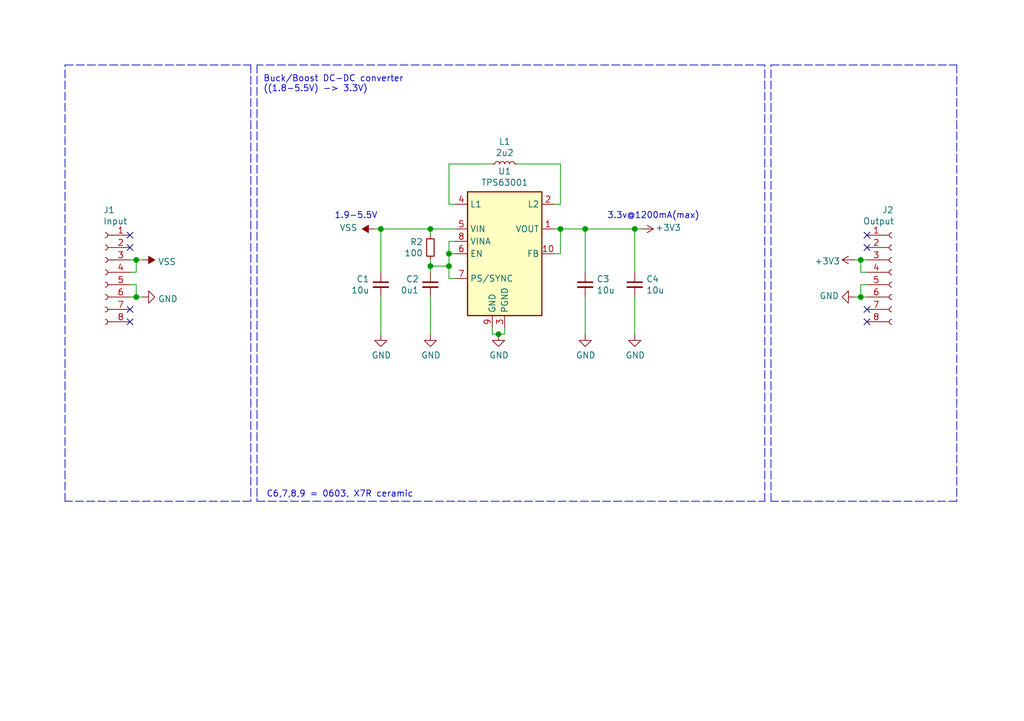
<source format=kicad_sch>
(kicad_sch (version 20210621) (generator eeschema)
  (paper "A5")
  (title_block (title "DC-DC converter") (date "2021-07-07") (rev "0.21") (company "Alex Carter"))
  (lib_symbols
    (symbol "Connector:Conn_01x08_Female" (pin_names (offset 1.016) hide)
      (property "Reference" "J" (at 0 10.16 0))
      (property "Value" "Conn_01x08_Female" (at 0 -12.7 0))
      (symbol "Conn_01x08_Female_1_1"
        (arc (start 0 -9.652) (end 0 -10.668) (radius (at 0 -10.16) (length 0.508) (angles 90.1 -90.1)) (stroke (width 0.1524)))
        (arc (start 0 -7.112) (end 0 -8.128) (radius (at 0 -7.62) (length 0.508) (angles 90.1 -90.1)) (stroke (width 0.1524)))
        (arc (start 0 -4.572) (end 0 -5.588) (radius (at 0 -5.08) (length 0.508) (angles 90.1 -90.1)) (stroke (width 0.1524)))
        (arc (start 0 -2.032) (end 0 -3.048) (radius (at 0 -2.54) (length 0.508) (angles 90.1 -90.1)) (stroke (width 0.1524)))
        (arc (start 0 0.508) (end 0 -0.508) (radius (at 0 0) (length 0.508) (angles 90.1 -90.1)) (stroke (width 0.1524)))
        (arc (start 0 3.048) (end 0 2.032) (radius (at 0 2.54) (length 0.508) (angles 90.1 -90.1)) (stroke (width 0.1524)))
        (arc (start 0 5.588) (end 0 4.572) (radius (at 0 5.08) (length 0.508) (angles 90.1 -90.1)) (stroke (width 0.1524)))
        (arc (start 0 8.128) (end 0 7.112) (radius (at 0 7.62) (length 0.508) (angles 90.1 -90.1)) (stroke (width 0.1524)))
        (polyline (pts (xy -1.27 -10.16) (xy -0.508 -10.16)) (stroke (width 0.1524)))
        (polyline (pts (xy -1.27 -7.62) (xy -0.508 -7.62)) (stroke (width 0.1524)))
        (polyline (pts (xy -1.27 -5.08) (xy -0.508 -5.08)) (stroke (width 0.1524)))
        (polyline (pts (xy -1.27 -2.54) (xy -0.508 -2.54)) (stroke (width 0.1524)))
        (polyline (pts (xy -1.27 0) (xy -0.508 0)) (stroke (width 0.1524)))
        (polyline (pts (xy -1.27 2.54) (xy -0.508 2.54)) (stroke (width 0.1524)))
        (polyline (pts (xy -1.27 5.08) (xy -0.508 5.08)) (stroke (width 0.1524)))
        (polyline (pts (xy -1.27 7.62) (xy -0.508 7.62)) (stroke (width 0.1524)))
        (pin passive line (at -5.08 7.62 0) (length 3.81) (name "Pin_1") (number "1"))
        (pin passive line (at -5.08 5.08 0) (length 3.81) (name "Pin_2") (number "2"))
        (pin passive line (at -5.08 2.54 0) (length 3.81) (name "Pin_3") (number "3"))
        (pin passive line (at -5.08 0 0) (length 3.81) (name "Pin_4") (number "4"))
        (pin passive line (at -5.08 -2.54 0) (length 3.81) (name "Pin_5") (number "5"))
        (pin passive line (at -5.08 -5.08 0) (length 3.81) (name "Pin_6") (number "6"))
        (pin passive line (at -5.08 -7.62 0) (length 3.81) (name "Pin_7") (number "7"))
        (pin passive line (at -5.08 -10.16 0) (length 3.81) (name "Pin_8") (number "8"))
      )
    )
    (symbol "Device:C_Small" (pin_numbers hide) (pin_names (offset 0.254) hide)
      (property "Reference" "C" (at 0.254 1.778 0))
      (property "Value" "C_Small" (at 0.254 -2.032 0))
      (symbol "C_Small_0_1"
        (polyline (pts (xy -1.524 -0.508) (xy 1.524 -0.508)) (stroke (width 0.3302)))
        (polyline (pts (xy -1.524 0.508) (xy 1.524 0.508)) (stroke (width 0.3048)))
      )
      (symbol "C_Small_1_1"
        (pin passive line (at 0 2.54 270) (length 2.032) (name "~") (number "1"))
        (pin passive line (at 0 -2.54 90) (length 2.032) (name "~") (number "2"))
      )
    )
    (symbol "Device:L_Small" (pin_numbers hide) (pin_names (offset 0.254) hide)
      (property "Reference" "L" (at 0.762 1.016 0))
      (property "Value" "L_Small" (at 0.762 -1.016 0))
      (symbol "L_Small_0_1"
        (arc (start 0 -2.032) (end 0 -1.016) (radius (at 0 -1.524) (length 0.508) (angles -89.9 89.9)))
        (arc (start 0 -1.016) (end 0 0) (radius (at 0 -0.508) (length 0.508) (angles -89.9 89.9)))
        (arc (start 0 0) (end 0 1.016) (radius (at 0 0.508) (length 0.508) (angles -89.9 89.9)))
        (arc (start 0 1.016) (end 0 2.032) (radius (at 0 1.524) (length 0.508) (angles -89.9 89.9)))
      )
      (symbol "L_Small_1_1"
        (pin passive line (at 0 2.54 270) (length 0.508) (name "~") (number "1"))
        (pin passive line (at 0 -2.54 90) (length 0.508) (name "~") (number "2"))
      )
    )
    (symbol "Device:R_Small" (pin_numbers hide) (pin_names (offset 0.254) hide)
      (property "Reference" "R" (at 0.762 0.508 0))
      (property "Value" "R_Small" (at 0.762 -1.016 0))
      (symbol "R_Small_0_1"
        (rectangle (start -0.762 1.778) (end 0.762 -1.778) (stroke (width 0.2032)))
      )
      (symbol "R_Small_1_1"
        (pin passive line (at 0 2.54 270) (length 0.762) (name "~") (number "1"))
        (pin passive line (at 0 -2.54 90) (length 0.762) (name "~") (number "2"))
      )
    )
    (symbol "Regulator_Switching:TPS63001"
      (property "Reference" "U" (at -7.62 13.97 0))
      (property "Value" "TPS63001" (at 5.08 13.97 0))
      (symbol "TPS63001_0_1"
        (rectangle (start -7.62 12.7) (end 7.62 -12.7) (stroke (width 0.254)) (fill (type background)))
      )
      (symbol "TPS63001_1_1"
        (pin power_out line (at 10.16 5.08 180) (length 2.54) (name "VOUT") (number "1"))
        (pin input line (at 10.16 0 180) (length 2.54) (name "FB") (number "10"))
        (pin passive line (at 0 -15.24 90) (length 2.54) hide (name "PGND") (number "11"))
        (pin input line (at 10.16 10.16 180) (length 2.54) (name "L2") (number "2"))
        (pin power_in line (at 0 -15.24 90) (length 2.54) (name "PGND") (number "3"))
        (pin input line (at -10.16 10.16 0) (length 2.54) (name "L1") (number "4"))
        (pin power_in line (at -10.16 5.08 0) (length 2.54) (name "VIN") (number "5"))
        (pin input line (at -10.16 0 0) (length 2.54) (name "EN") (number "6"))
        (pin input line (at -10.16 -5.08 0) (length 2.54) (name "PS/SYNC") (number "7"))
        (pin power_in line (at -10.16 2.54 0) (length 2.54) (name "VINA") (number "8"))
        (pin power_in line (at -2.54 -15.24 90) (length 2.54) (name "GND") (number "9"))
      )
    )
    (symbol "power:+3.3V" (power) (pin_names (offset 0))
      (property "Value" "+3.3V" (at 0 3.556 0))
      (symbol "+3.3V_0_1"
        (polyline (pts (xy -0.762 1.27) (xy 0 2.54)))
        (polyline (pts (xy 0 0) (xy 0 2.54)))
        (polyline (pts (xy 0 2.54) (xy 0.762 1.27)))
      )
      (symbol "+3.3V_1_1"
        (pin power_in line (at 0 0 90) (length 0) hide (name "+3V3") (number "1"))
      )
    )
    (symbol "power:GND" (power) (pin_names (offset 0))
      (property "Value" "GND" (at 0 -3.81 0))
      (symbol "GND_0_1"
        (polyline (pts (xy 0 0) (xy 0 -1.27) (xy 1.27 -1.27) (xy 0 -2.54) (xy -1.27 -1.27) (xy 0 -1.27)))
      )
      (symbol "GND_1_1"
        (pin power_in line (at 0 0 270) (length 0) hide (name "GND") (number "1"))
      )
    )
    (symbol "power:VSS" (power) (pin_names (offset 0))
      (property "Value" "VSS" (at 0 3.81 0))
      (symbol "VSS_0_1"
        (polyline (pts (xy 0 0) (xy 0 2.54)))
        (polyline (pts (xy 0.762 1.27) (xy -0.762 1.27) (xy 0 2.54) (xy 0.762 1.27)) (fill (type outline)))
      )
      (symbol "VSS_1_1"
        (pin power_in line (at 0 0 90) (length 0) hide (name "VSS") (number "1"))
      )
    )
  )
  (junction (at 27.94 53.34) (diameter 1.016))
  (junction (at 27.94 60.96) (diameter 1.016))
  (junction (at 78.105 46.99) (diameter 1.016))
  (junction (at 88.265 46.99) (diameter 1.016))
  (junction (at 88.265 54.61) (diameter 1.016))
  (junction (at 92.075 52.07) (diameter 1.016))
  (junction (at 92.075 54.61) (diameter 1.016))
  (junction (at 102.235 68.58) (diameter 1.016))
  (junction (at 114.935 46.99) (diameter 1.016))
  (junction (at 120.015 46.99) (diameter 1.016))
  (junction (at 130.175 46.99) (diameter 1.016))
  (junction (at 176.53 53.34) (diameter 1.016))
  (junction (at 176.53 60.96) (diameter 1.016))
  (no_connect (at 26.67 48.26))
  (no_connect (at 26.67 50.8))
  (no_connect (at 26.67 63.5))
  (no_connect (at 26.67 66.04))
  (no_connect (at 177.8 48.26))
  (no_connect (at 177.8 50.8))
  (no_connect (at 177.8 63.5))
  (no_connect (at 177.8 66.04))
  (wire (pts (xy 26.67 53.34) (xy 27.94 53.34)))
  (wire (pts (xy 26.67 55.88) (xy 27.94 55.88)))
  (wire (pts (xy 26.67 58.42) (xy 27.94 58.42)))
  (wire (pts (xy 26.67 60.96) (xy 27.94 60.96)))
  (wire (pts (xy 27.94 53.34) (xy 29.21 53.34)))
  (wire (pts (xy 27.94 55.88) (xy 27.94 53.34)))
  (wire (pts (xy 27.94 58.42) (xy 27.94 60.96)))
  (wire (pts (xy 27.94 60.96) (xy 29.21 60.96)))
  (wire (pts (xy 76.835 46.99) (xy 78.105 46.99)))
  (wire (pts (xy 78.105 46.99) (xy 88.265 46.99)))
  (wire (pts (xy 78.105 55.88) (xy 78.105 46.99)))
  (wire (pts (xy 78.105 60.96) (xy 78.105 68.58)))
  (wire (pts (xy 88.265 46.99) (xy 88.265 48.26)))
  (wire (pts (xy 88.265 53.34) (xy 88.265 54.61)))
  (wire (pts (xy 88.265 54.61) (xy 88.265 55.88)))
  (wire (pts (xy 88.265 54.61) (xy 92.075 54.61)))
  (wire (pts (xy 88.265 60.96) (xy 88.265 68.58)))
  (wire (pts (xy 92.075 33.655) (xy 92.075 41.91)))
  (wire (pts (xy 92.075 41.91) (xy 93.345 41.91)))
  (wire (pts (xy 92.075 49.53) (xy 92.075 52.07)))
  (wire (pts (xy 92.075 52.07) (xy 93.345 52.07)))
  (wire (pts (xy 92.075 54.61) (xy 92.075 52.07)))
  (wire (pts (xy 92.075 57.15) (xy 92.075 54.61)))
  (wire (pts (xy 93.345 46.99) (xy 88.265 46.99)))
  (wire (pts (xy 93.345 49.53) (xy 92.075 49.53)))
  (wire (pts (xy 93.345 57.15) (xy 92.075 57.15)))
  (wire (pts (xy 100.965 33.655) (xy 92.075 33.655)))
  (wire (pts (xy 100.965 67.31) (xy 100.965 68.58)))
  (wire (pts (xy 100.965 68.58) (xy 102.235 68.58)))
  (wire (pts (xy 102.235 68.58) (xy 103.505 68.58)))
  (wire (pts (xy 103.505 68.58) (xy 103.505 67.31)))
  (wire (pts (xy 106.045 33.655) (xy 114.935 33.655)))
  (wire (pts (xy 113.665 52.07) (xy 114.935 52.07)))
  (wire (pts (xy 114.935 33.655) (xy 114.935 41.91)))
  (wire (pts (xy 114.935 41.91) (xy 113.665 41.91)))
  (wire (pts (xy 114.935 46.99) (xy 113.665 46.99)))
  (wire (pts (xy 114.935 46.99) (xy 120.015 46.99)))
  (wire (pts (xy 114.935 52.07) (xy 114.935 46.99)))
  (wire (pts (xy 120.015 46.99) (xy 120.015 55.88)))
  (wire (pts (xy 120.015 46.99) (xy 130.175 46.99)))
  (wire (pts (xy 120.015 60.96) (xy 120.015 68.58)))
  (wire (pts (xy 130.175 46.99) (xy 130.175 55.88)))
  (wire (pts (xy 130.175 46.99) (xy 131.445 46.99)))
  (wire (pts (xy 130.175 60.96) (xy 130.175 68.58)))
  (wire (pts (xy 175.26 53.34) (xy 176.53 53.34)))
  (wire (pts (xy 175.26 60.96) (xy 176.53 60.96)))
  (wire (pts (xy 176.53 53.34) (xy 176.53 55.88)))
  (wire (pts (xy 176.53 53.34) (xy 177.8 53.34)))
  (wire (pts (xy 176.53 55.88) (xy 177.8 55.88)))
  (wire (pts (xy 176.53 58.42) (xy 177.8 58.42)))
  (wire (pts (xy 176.53 60.96) (xy 176.53 58.42)))
  (wire (pts (xy 176.53 60.96) (xy 177.8 60.96)))
  (polyline (pts (xy 13.335 13.335) (xy 51.435 13.335)) (stroke (width 0) (type dash)))
  (polyline (pts (xy 13.335 102.87) (xy 13.335 13.335)) (stroke (width 0) (type dash)))
  (polyline (pts (xy 51.435 13.335) (xy 51.435 102.87)) (stroke (width 0) (type dash)))
  (polyline (pts (xy 51.435 102.87) (xy 13.335 102.87)) (stroke (width 0) (type dash)))
  (polyline (pts (xy 52.705 13.335) (xy 52.705 102.235)) (stroke (width 0) (type dash)))
  (polyline (pts (xy 52.705 102.235) (xy 52.705 102.87)) (stroke (width 0) (type dash)))
  (polyline (pts (xy 52.705 102.87) (xy 156.845 102.87)) (stroke (width 0) (type dash)))
  (polyline (pts (xy 156.845 13.335) (xy 52.705 13.335)) (stroke (width 0) (type dash)))
  (polyline (pts (xy 156.845 102.87) (xy 156.845 13.335)) (stroke (width 0) (type dash)))
  (polyline (pts (xy 158.115 13.335) (xy 196.215 13.335)) (stroke (width 0) (type dash)))
  (polyline (pts (xy 158.115 102.87) (xy 158.115 13.335)) (stroke (width 0) (type dash)))
  (polyline (pts (xy 196.215 13.335) (xy 196.215 102.87)) (stroke (width 0) (type dash)))
  (polyline (pts (xy 196.215 102.87) (xy 158.115 102.87)) (stroke (width 0) (type dash)))
  (text "Buck/Boost DC-DC converter\n((1.8-5.5V) -> 3.3V)" (at 53.975 19.05 0) (effects (font (size 1.27 1.27)) (justify left bottom)))
  (text "C6,7,8,9 = 0603, X7R ceramic" (at 54.61 102.235 0) (effects (font (size 1.27 1.27)) (justify left bottom)))
  (text "1.9-5.5V" (at 77.47 45.085 180) (effects (font (size 1.27 1.27)) (justify right bottom)))
  (text "3.3v@1200mA(max)" (at 143.51 45.085 180) (effects (font (size 1.27 1.27)) (justify right bottom)))
  (symbol (lib_id "power:VSS") (at 29.21 53.34 270) (unit 1)
    (property "Reference" "#PWR0109" (effects hide))
    (property "Value" "VSS" (at 32.3851 53.7285 90) (effects (justify left)))
  )
  (symbol (lib_id "power:VSS") (at 76.835 46.99 90) (unit 1)
    (property "Reference" "#PWR0107" (effects hide))
    (property "Value" "VSS" (at 69.5961 46.7435 90) (effects (justify right)))
  )
  (symbol (lib_id "power:+3.3V") (at 131.445 46.99 270) (unit 1)
    (property "Reference" "#PWR0103" (effects hide))
    (property "Value" "+3.3V" (at 137.0394 46.7233 90))
  )
  (symbol (lib_id "power:+3.3V") (at 175.26 53.34 90) (unit 1)
    (property "Reference" "#PWR0108" (effects hide))
    (property "Value" "+3.3V" (at 169.6656 53.6067 90))
  )
  (symbol (lib_id "Device:L_Small") (at 103.505 33.655 90) (unit 1)
    (property "Reference" "L1" (at 103.505 29.0638 90))
    (property "Value" "2u2" (at 103.505 31.363 90))
    (property "Footprint" "Inductor_SMD:L_Coilcraft_XxL4040" (effects hide))
    (property "LCSC Part" "C135262" (effects hide))
  )
  (symbol (lib_id "power:GND") (at 29.21 60.96 90) (unit 1)
    (property "Reference" "#PWR0110" (effects hide))
    (property "Value" "GND" (at 32.3851 61.3485 90) (effects (justify right)))
  )
  (symbol (lib_id "power:GND") (at 78.105 68.58 0) (unit 1)
    (property "Reference" "#PWR0104" (effects hide))
    (property "Value" "GND" (at 78.2193 72.9044 0))
  )
  (symbol (lib_id "power:GND") (at 88.265 68.58 0) (unit 1)
    (property "Reference" "#PWR0106" (effects hide))
    (property "Value" "GND" (at 88.3793 72.9044 0))
  )
  (symbol (lib_id "power:GND") (at 102.235 68.58 0) (unit 1)
    (property "Reference" "#PWR0101" (effects hide))
    (property "Value" "GND" (at 102.3493 72.9044 0))
  )
  (symbol (lib_id "power:GND") (at 120.015 68.58 0) (unit 1)
    (property "Reference" "#PWR0102" (effects hide))
    (property "Value" "GND" (at 120.1293 72.9044 0))
  )
  (symbol (lib_id "power:GND") (at 130.175 68.58 0) (unit 1)
    (property "Reference" "#PWR0105" (effects hide))
    (property "Value" "GND" (at 130.2893 72.9044 0))
  )
  (symbol (lib_id "power:GND") (at 175.26 60.96 270) (unit 1)
    (property "Reference" "#PWR0111" (effects hide))
    (property "Value" "GND" (at 168.0211 60.7135 90) (effects (justify left)))
  )
  (symbol (lib_id "Device:R_Small") (at 88.265 50.8 0) (mirror x) (unit 1)
    (property "Reference" "R2" (at 86.7663 49.6506 0) (effects (justify right)))
    (property "Value" "100" (at 86.766 51.949 0) (effects (justify right)))
    (property "Footprint" "Resistor_SMD:R_0603_1608Metric" (effects hide))
    (property "LCSC Part" "C22775" (effects hide))
  )
  (symbol (lib_id "Device:C_Small") (at 78.105 58.42 0) (mirror y) (unit 1)
    (property "Reference" "C1" (at 75.7808 57.2706 0) (effects (justify left)))
    (property "Value" "10u" (at 75.781 59.569 0) (effects (justify left)))
    (property "Footprint" "Capacitor_SMD:C_0603_1608Metric" (effects hide))
    (property "LCSC Part" "C19702" (effects hide))
  )
  (symbol (lib_id "Device:C_Small") (at 88.265 58.42 0) (mirror y) (unit 1)
    (property "Reference" "C2" (at 85.9408 57.2706 0) (effects (justify left)))
    (property "Value" "0u1" (at 85.941 59.569 0) (effects (justify left)))
    (property "Footprint" "Capacitor_SMD:C_0603_1608Metric" (effects hide))
    (property "LCSC Part" "C14663" (effects hide))
  )
  (symbol (lib_id "Device:C_Small") (at 120.015 58.42 0) (unit 1)
    (property "Reference" "C3" (at 122.3392 57.2706 0) (effects (justify left)))
    (property "Value" "10u" (at 122.339 59.569 0) (effects (justify left)))
    (property "Footprint" "Capacitor_SMD:C_0603_1608Metric" (effects hide))
  )
  (symbol (lib_id "Device:C_Small") (at 130.175 58.42 0) (unit 1)
    (property "Reference" "C4" (at 132.4992 57.2706 0) (effects (justify left)))
    (property "Value" "10u" (at 132.499 59.569 0) (effects (justify left)))
    (property "Footprint" "Capacitor_SMD:C_0603_1608Metric" (effects hide))
  )
  (symbol (lib_id "Connector:Conn_01x08_Female") (at 21.59 55.88 0) (mirror y) (unit 1)
    (property "Reference" "J1" (at 22.3774 43.0996 0))
    (property "Value" "Input" (at 23.6474 45.3983 0))
    (property "Footprint" "Connector_PinSocket_2.54mm:PinSocket_1x08_P2.54mm_Vertical" (effects hide))
  )
  (symbol (lib_id "Connector:Conn_01x08_Female") (at 182.88 55.88 0) (unit 1)
    (property "Reference" "J2" (at 182.0926 43.0996 0))
    (property "Value" "Output" (at 180.1876 45.3983 0))
    (property "Footprint" "Connector_PinSocket_2.54mm:PinSocket_1x08_P2.54mm_Vertical" (effects hide))
  )
  (symbol (lib_id "Regulator_Switching:TPS63001") (at 103.505 52.07 0) (unit 1)
    (property "Reference" "U1" (at 103.505 35.1598 0))
    (property "Value" "TPS63001" (at 103.505 37.4585 0))
    (property "Footprint" "Package_SON:Texas_DRC0010J_ThermalVias" (effects hide))
    (property "Datasheet" "http://www.ti.com/lit/ds/symlink/tps63000.pdf" (effects hide))
  )
)
</source>
